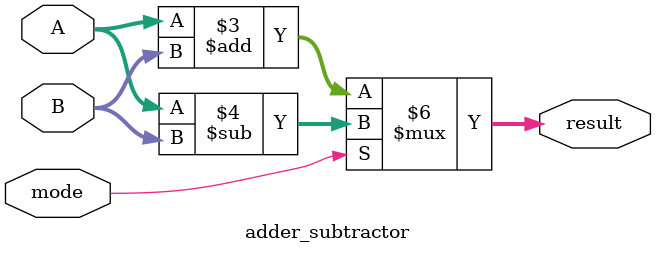
<source format=v>
module adder_subtractor(A, B, mode, result);
input [3:0] A, B;
input mode;
output reg [3:0] result;

always @(*) begin
	if(mode == 0)
		result <= A + B;
	else
		result <= A - B;
end

endmodule
</source>
